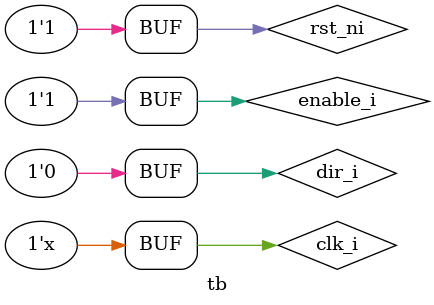
<source format=v>
`timescale 1ns / 1ps

module tb;
reg clk_i, enable_i, rst_ni, dir_i;

wire [3:0] leds_no;

ex_5 uut(clk_i, enable_i, rst_ni, dir_i, leds_no);
defparam uut.d1.DivRatio = 4;

initial

	begin	
	
	clk_i=0;
	enable_i=0;
	rst_ni=1;
	dir_i=1;
	
	#2 rst_ni=0;
	#10 rst_ni=1;
	#200 enable_i=1;	
	#1000 dir_i=0;
	
	end


always 

	clk_i= #10 !clk_i;


endmodule 
</source>
